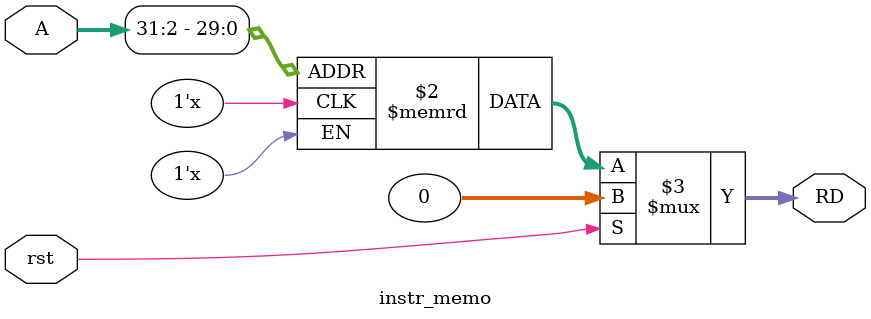
<source format=v>
module instr_memo(A,rst,RD);

input[31:0]A;
input rst;

output [31:0]RD;
  
reg[31:0]MEM[1023:0];

assign RD =(rst==1)?0:MEM[A[31:2]] ;
// initial begin
// 	 MEM[0]=32'h0064a423;
// 	 MEM[1]=32'h00c58000;
// 	MEM[2]=32'h0062E233;
// 	MEM[3]=32'hFFC4A303;

// end

endmodule

</source>
